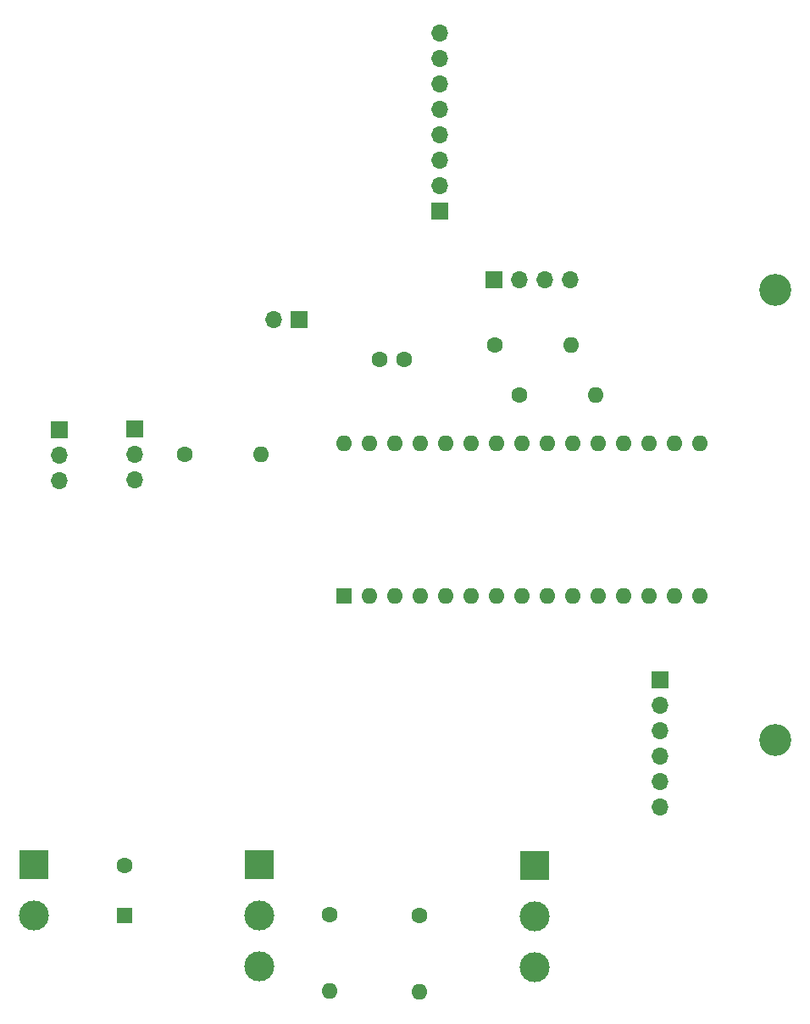
<source format=gbr>
%TF.GenerationSoftware,KiCad,Pcbnew,8.0.2*%
%TF.CreationDate,2024-06-03T18:55:52+02:00*%
%TF.ProjectId,Taupunkt,54617570-756e-46b7-942e-6b696361645f,rev?*%
%TF.SameCoordinates,Original*%
%TF.FileFunction,Soldermask,Top*%
%TF.FilePolarity,Negative*%
%FSLAX46Y46*%
G04 Gerber Fmt 4.6, Leading zero omitted, Abs format (unit mm)*
G04 Created by KiCad (PCBNEW 8.0.2) date 2024-06-03 18:55:52*
%MOMM*%
%LPD*%
G01*
G04 APERTURE LIST*
%ADD10C,1.600000*%
%ADD11O,1.600000X1.600000*%
%ADD12C,3.200000*%
%ADD13R,1.600000X1.600000*%
%ADD14R,1.700000X1.700000*%
%ADD15O,1.700000X1.700000*%
%ADD16C,3.000000*%
%ADD17R,3.000000X3.000000*%
G04 APERTURE END LIST*
D10*
%TO.C,R5*%
X72500000Y-106500000D03*
D11*
X80120000Y-106500000D03*
%TD*%
D10*
%TO.C,R1*%
X87000000Y-152460000D03*
D11*
X87000000Y-160080000D03*
%TD*%
D10*
%TO.C,R3*%
X103500000Y-95500000D03*
D11*
X111120000Y-95500000D03*
%TD*%
D10*
%TO.C,R4*%
X106000000Y-100500000D03*
D11*
X113620000Y-100500000D03*
%TD*%
D10*
%TO.C,R2*%
X96000000Y-152500000D03*
D11*
X96000000Y-160120000D03*
%TD*%
D12*
%TO.C,*%
X131500000Y-90000000D03*
%TD*%
%TO.C,*%
X131500000Y-135000000D03*
%TD*%
D13*
%TO.C,A1*%
X88450000Y-120610000D03*
D11*
X90990000Y-120610000D03*
X93530000Y-120610000D03*
X96070000Y-120610000D03*
X98610000Y-120610000D03*
X101150000Y-120610000D03*
X103690000Y-120610000D03*
X106230000Y-120610000D03*
X108770000Y-120610000D03*
X111310000Y-120610000D03*
X113850000Y-120610000D03*
X116390000Y-120610000D03*
X118930000Y-120610000D03*
X121470000Y-120610000D03*
X124010000Y-120610000D03*
X124010000Y-105370000D03*
X121470000Y-105370000D03*
X118930000Y-105370000D03*
X116390000Y-105370000D03*
X113850000Y-105370000D03*
X111310000Y-105370000D03*
X108770000Y-105370000D03*
X106230000Y-105370000D03*
X103690000Y-105370000D03*
X101150000Y-105370000D03*
X98610000Y-105370000D03*
X96070000Y-105370000D03*
X93530000Y-105370000D03*
X90990000Y-105370000D03*
X88450000Y-105370000D03*
%TD*%
D14*
%TO.C,SW2*%
X67500000Y-103960000D03*
D15*
X67500000Y-106500000D03*
X67500000Y-109040000D03*
%TD*%
D14*
%TO.C,SW1*%
X83995000Y-93000000D03*
D15*
X81455000Y-93000000D03*
%TD*%
D16*
%TO.C,J3*%
X107500000Y-157660000D03*
X107500000Y-152580000D03*
D17*
X107500000Y-147500000D03*
%TD*%
D14*
%TO.C,J6*%
X120000000Y-128960000D03*
D15*
X120000000Y-131500000D03*
X120000000Y-134040000D03*
X120000000Y-136580000D03*
X120000000Y-139120000D03*
X120000000Y-141660000D03*
%TD*%
D14*
%TO.C,J5*%
X98000000Y-82160000D03*
D15*
X98000000Y-79620000D03*
X98000000Y-77080000D03*
X98000000Y-74540000D03*
X98000000Y-72000000D03*
X98000000Y-69460000D03*
X98000000Y-66920000D03*
X98000000Y-64380000D03*
%TD*%
D14*
%TO.C,J7*%
X60000000Y-104015000D03*
D15*
X60000000Y-106555000D03*
X60000000Y-109095000D03*
%TD*%
D10*
%TO.C,C2*%
X94470000Y-97000000D03*
X91970000Y-97000000D03*
%TD*%
D17*
%TO.C,J1*%
X57500000Y-147460000D03*
D16*
X57500000Y-152540000D03*
%TD*%
D13*
%TO.C,C1*%
X66500000Y-152500000D03*
D10*
X66500000Y-147500000D03*
%TD*%
D14*
%TO.C,J4*%
X103420000Y-89000000D03*
D15*
X105960000Y-89000000D03*
X108500000Y-89000000D03*
X111040000Y-89000000D03*
%TD*%
D17*
%TO.C,J2*%
X80000000Y-147420000D03*
D16*
X80000000Y-152500000D03*
X80000000Y-157580000D03*
%TD*%
M02*

</source>
